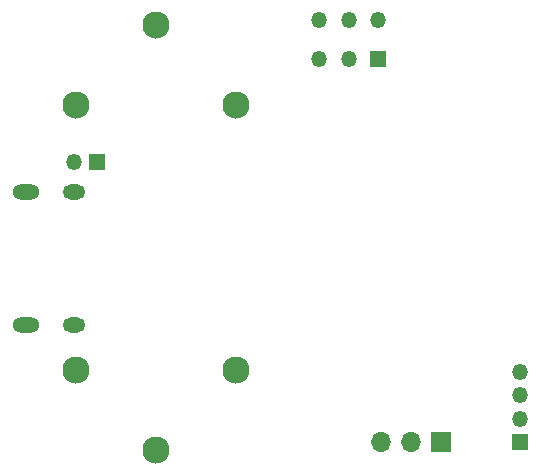
<source format=gbs>
%TF.GenerationSoftware,KiCad,Pcbnew,7.0.7*%
%TF.CreationDate,2023-09-18T11:47:39+09:00*%
%TF.ProjectId,gas_nrf52832,6761735f-6e72-4663-9532-3833322e6b69,rev?*%
%TF.SameCoordinates,Original*%
%TF.FileFunction,Soldermask,Bot*%
%TF.FilePolarity,Negative*%
%FSLAX46Y46*%
G04 Gerber Fmt 4.6, Leading zero omitted, Abs format (unit mm)*
G04 Created by KiCad (PCBNEW 7.0.7) date 2023-09-18 11:47:39*
%MOMM*%
%LPD*%
G01*
G04 APERTURE LIST*
%ADD10R,1.700000X1.700000*%
%ADD11O,1.700000X1.700000*%
%ADD12R,1.350000X1.350000*%
%ADD13O,1.350000X1.350000*%
%ADD14O,2.304000X1.304000*%
%ADD15O,1.904000X1.304000*%
%ADD16C,2.300000*%
G04 APERTURE END LIST*
D10*
X141300000Y-111500000D03*
D11*
X138760000Y-111500000D03*
X136220000Y-111500000D03*
D12*
X112215312Y-87735312D03*
D13*
X110215312Y-87735312D03*
D14*
X106215312Y-90315312D03*
X106215312Y-101555312D03*
D15*
X110215312Y-90315312D03*
X110215312Y-101555312D03*
D12*
X148000000Y-111500000D03*
D13*
X148000000Y-109500000D03*
X148000000Y-107500000D03*
X148000000Y-105500000D03*
D12*
X136000000Y-79000000D03*
D13*
X133500000Y-79000000D03*
X131000000Y-79000000D03*
X136000000Y-75700000D03*
X133500000Y-75700000D03*
X131000000Y-75700000D03*
D16*
X123920000Y-105400000D03*
X110420000Y-105400000D03*
X117170000Y-112150000D03*
X117170000Y-76150000D03*
X110420000Y-82900000D03*
X123920000Y-82900000D03*
M02*

</source>
